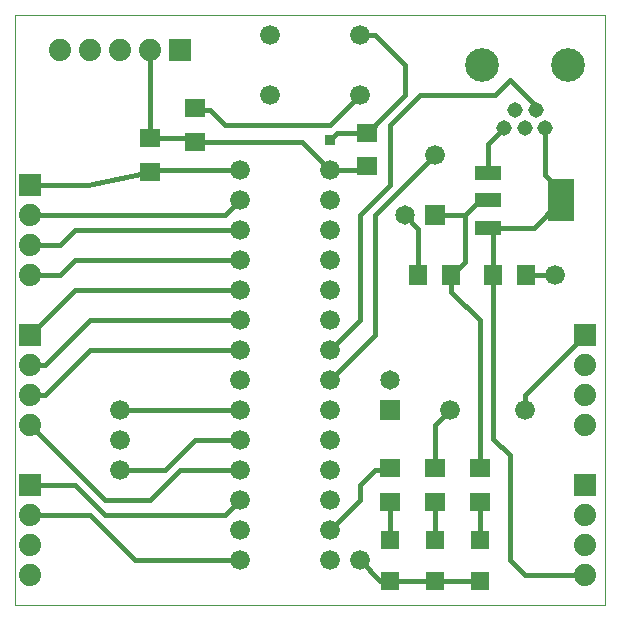
<source format=gtl>
G75*
G70*
%OFA0B0*%
%FSLAX24Y24*%
%IPPOS*%
%LPD*%
%AMOC8*
5,1,8,0,0,1.08239X$1,22.5*
%
%ADD10C,0.0000*%
%ADD11R,0.0740X0.0740*%
%ADD12C,0.0740*%
%ADD13C,0.0660*%
%ADD14R,0.0880X0.0480*%
%ADD15R,0.0866X0.1417*%
%ADD16R,0.0591X0.0591*%
%ADD17R,0.0710X0.0630*%
%ADD18C,0.0515*%
%ADD19C,0.1122*%
%ADD20R,0.0630X0.0709*%
%ADD21R,0.0709X0.0630*%
%ADD22R,0.0650X0.0650*%
%ADD23C,0.0650*%
%ADD24C,0.0160*%
%ADD25R,0.0356X0.0356*%
D10*
X001683Y001189D02*
X001683Y020874D01*
X021368Y020874D01*
X021368Y001189D01*
X001683Y001189D01*
D11*
X002183Y005189D03*
X002183Y010189D03*
X002183Y015189D03*
X007183Y019689D03*
X020683Y010189D03*
X020683Y005189D03*
D12*
X020683Y004189D03*
X020683Y003189D03*
X020683Y002189D03*
X020683Y007189D03*
X020683Y008189D03*
X020683Y009189D03*
X006183Y019689D03*
X005183Y019689D03*
X004183Y019689D03*
X003183Y019689D03*
X002183Y014189D03*
X002183Y013189D03*
X002183Y012189D03*
X002183Y009189D03*
X002183Y008189D03*
X002183Y007189D03*
X002183Y004189D03*
X002183Y003189D03*
X002183Y002189D03*
D13*
X005183Y005689D03*
X005183Y006689D03*
X005183Y007689D03*
X009183Y007689D03*
X009183Y006689D03*
X009183Y005689D03*
X009183Y004689D03*
X009183Y003689D03*
X009183Y002689D03*
X012183Y002689D03*
X013183Y002689D03*
X012183Y003689D03*
X012183Y004689D03*
X012183Y005689D03*
X012183Y006689D03*
X012183Y007689D03*
X012183Y008689D03*
X012183Y009689D03*
X012183Y010689D03*
X012183Y011689D03*
X012183Y012689D03*
X012183Y013689D03*
X012183Y014689D03*
X012183Y015689D03*
X013183Y018189D03*
X013183Y020189D03*
X010183Y020189D03*
X010183Y018189D03*
X009183Y015689D03*
X009183Y014689D03*
X009183Y013689D03*
X009183Y012689D03*
X009183Y011689D03*
X009183Y010689D03*
X009183Y009689D03*
X009183Y008689D03*
X016183Y007689D03*
X018683Y007689D03*
X019683Y012189D03*
X015683Y016189D03*
D14*
X017463Y015599D03*
X017463Y014689D03*
X017463Y013779D03*
D15*
X019903Y014689D03*
D16*
X017183Y003378D03*
X017183Y002000D03*
X015683Y002000D03*
X015683Y003378D03*
X014183Y003378D03*
X014183Y002000D03*
D17*
X014183Y004629D03*
X014183Y005749D03*
X015683Y005749D03*
X015683Y004629D03*
X017183Y004629D03*
X017183Y005749D03*
X007683Y016629D03*
X007683Y017749D03*
X006183Y016749D03*
X006183Y015629D03*
D18*
X017983Y017089D03*
X018683Y017089D03*
X019353Y017089D03*
X019043Y017709D03*
X018353Y017709D03*
D19*
X017246Y019189D03*
X020120Y019189D03*
D20*
X018734Y012189D03*
X017632Y012189D03*
X016234Y012189D03*
X015132Y012189D03*
D21*
X013433Y015826D03*
X013433Y016928D03*
D22*
X015683Y014189D03*
X014183Y007689D03*
D23*
X014183Y008689D03*
X014683Y014189D03*
D24*
X015132Y013740D01*
X015132Y012189D01*
X016234Y012189D02*
X016234Y011638D01*
X017183Y010689D01*
X017183Y005749D01*
X017632Y006740D02*
X018183Y006189D01*
X018183Y002689D01*
X018683Y002189D01*
X020683Y002189D01*
X017183Y002000D02*
X015683Y002000D01*
X014183Y002000D01*
X013872Y002000D01*
X013183Y002689D01*
X014183Y003378D02*
X014183Y004629D01*
X014123Y005689D02*
X013683Y005689D01*
X013183Y005189D01*
X013183Y004689D01*
X012183Y003689D01*
X014123Y005689D02*
X014183Y005749D01*
X015683Y005749D02*
X015683Y007189D01*
X016183Y007689D01*
X017632Y006740D02*
X017632Y012189D01*
X017632Y013728D01*
X017683Y013779D01*
X018993Y013779D01*
X019903Y014689D01*
X019683Y015189D02*
X019353Y015519D01*
X019353Y017089D01*
X019043Y017709D02*
X019043Y017829D01*
X018183Y018689D01*
X017683Y018189D01*
X015183Y018189D01*
X014183Y017189D01*
X014183Y015189D01*
X013183Y014189D01*
X013183Y010689D01*
X012183Y009689D01*
X012183Y008689D02*
X013683Y010189D01*
X013683Y014189D01*
X015683Y016189D01*
X017183Y014689D02*
X016683Y014189D01*
X016683Y012638D01*
X016234Y012189D01*
X017463Y013779D02*
X017683Y013779D01*
X016683Y014189D02*
X015683Y014189D01*
X017463Y015599D02*
X017463Y016569D01*
X017983Y017089D01*
X014683Y018189D02*
X013683Y017189D01*
X013683Y017178D01*
X013433Y016928D01*
X012422Y016928D01*
X012183Y016689D01*
X012183Y017189D02*
X008683Y017189D01*
X008183Y017689D01*
X007743Y017689D01*
X007683Y017749D01*
X007563Y016749D02*
X007683Y016629D01*
X011243Y016629D01*
X012183Y015689D01*
X013297Y015689D01*
X013433Y015826D01*
X012183Y017189D02*
X013183Y018189D01*
X014683Y018189D02*
X014683Y019189D01*
X013683Y020189D01*
X013183Y020189D01*
X009183Y015689D02*
X006183Y015689D01*
X006183Y015629D01*
X004123Y015189D01*
X002183Y015189D01*
X002183Y014189D02*
X008683Y014189D01*
X009183Y014689D01*
X009183Y013689D02*
X003683Y013689D01*
X003183Y013189D01*
X002183Y013189D01*
X002183Y012189D02*
X003183Y012189D01*
X003683Y012689D01*
X009183Y012689D01*
X009183Y011689D02*
X003683Y011689D01*
X002183Y010189D01*
X002183Y009189D02*
X002683Y009189D01*
X004183Y010689D01*
X009183Y010689D01*
X009183Y009689D02*
X004183Y009689D01*
X002683Y008189D01*
X002183Y008189D01*
X002183Y007189D02*
X004683Y004689D01*
X006183Y004689D01*
X007183Y005689D01*
X009183Y005689D01*
X009183Y004689D02*
X008683Y004189D01*
X004683Y004189D01*
X003683Y005189D01*
X002183Y005189D01*
X002183Y004189D02*
X004183Y004189D01*
X005683Y002689D01*
X009183Y002689D01*
X006683Y005689D02*
X007683Y006689D01*
X009183Y006689D01*
X009183Y007689D02*
X005183Y007689D01*
X005183Y005689D02*
X006683Y005689D01*
X015683Y004629D02*
X015683Y003378D01*
X017183Y003378D02*
X017183Y003378D01*
X017183Y004629D01*
X018683Y007689D02*
X018683Y008189D01*
X020683Y010189D01*
X019683Y012189D02*
X018734Y012189D01*
X007563Y016749D02*
X006183Y016749D01*
X006183Y019689D01*
D25*
X012183Y016689D03*
M02*

</source>
